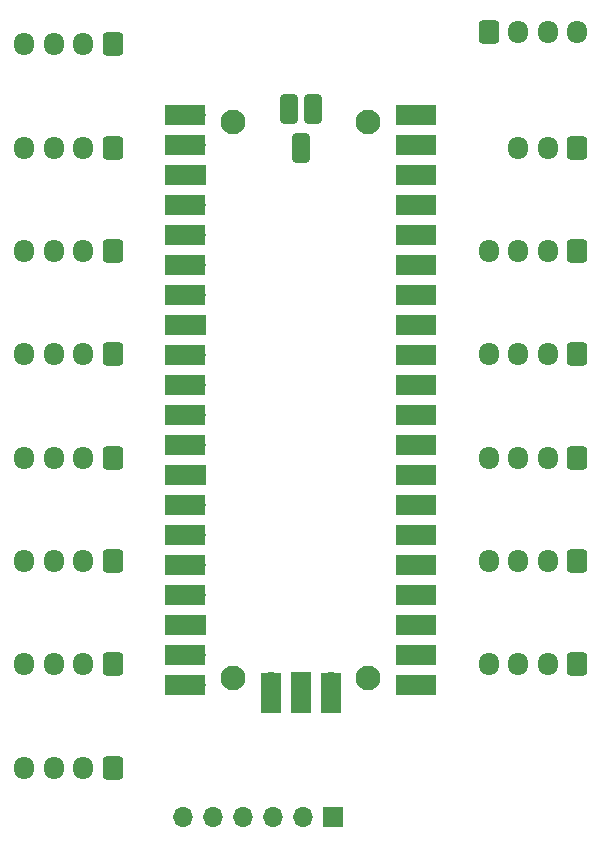
<source format=gbr>
%TF.GenerationSoftware,KiCad,Pcbnew,8.0.2*%
%TF.CreationDate,2024-06-10T12:56:44+08:00*%
%TF.ProjectId,pi_pico_shield,70695f70-6963-46f5-9f73-6869656c642e,rev?*%
%TF.SameCoordinates,Original*%
%TF.FileFunction,Soldermask,Top*%
%TF.FilePolarity,Negative*%
%FSLAX46Y46*%
G04 Gerber Fmt 4.6, Leading zero omitted, Abs format (unit mm)*
G04 Created by KiCad (PCBNEW 8.0.2) date 2024-06-10 12:56:44*
%MOMM*%
%LPD*%
G01*
G04 APERTURE LIST*
G04 Aperture macros list*
%AMRoundRect*
0 Rectangle with rounded corners*
0 $1 Rounding radius*
0 $2 $3 $4 $5 $6 $7 $8 $9 X,Y pos of 4 corners*
0 Add a 4 corners polygon primitive as box body*
4,1,4,$2,$3,$4,$5,$6,$7,$8,$9,$2,$3,0*
0 Add four circle primitives for the rounded corners*
1,1,$1+$1,$2,$3*
1,1,$1+$1,$4,$5*
1,1,$1+$1,$6,$7*
1,1,$1+$1,$8,$9*
0 Add four rect primitives between the rounded corners*
20,1,$1+$1,$2,$3,$4,$5,0*
20,1,$1+$1,$4,$5,$6,$7,0*
20,1,$1+$1,$6,$7,$8,$9,0*
20,1,$1+$1,$8,$9,$2,$3,0*%
G04 Aperture macros list end*
%ADD10RoundRect,0.250000X0.600000X0.725000X-0.600000X0.725000X-0.600000X-0.725000X0.600000X-0.725000X0*%
%ADD11O,1.700000X1.950000*%
%ADD12RoundRect,0.250000X-0.600000X-0.725000X0.600000X-0.725000X0.600000X0.725000X-0.600000X0.725000X0*%
%ADD13R,1.700000X1.700000*%
%ADD14O,1.700000X1.700000*%
%ADD15C,2.100000*%
%ADD16R,3.500000X1.700000*%
%ADD17R,1.700000X3.500000*%
%ADD18RoundRect,0.300000X-0.450000X-0.950000X0.450000X-0.950000X0.450000X0.950000X-0.450000X0.950000X0*%
G04 APERTURE END LIST*
D10*
%TO.C,BT-7*%
X67514500Y-78502300D03*
D11*
X65014500Y-78502300D03*
X62514500Y-78502300D03*
X60014500Y-78502300D03*
%TD*%
D12*
%TO.C,USB1*%
X60014500Y-24952000D03*
D11*
X62514500Y-24952000D03*
X65014500Y-24952000D03*
X67514500Y-24952000D03*
%TD*%
D10*
%TO.C,LED1*%
X67514500Y-34752310D03*
D11*
X65014500Y-34752310D03*
X62514500Y-34752310D03*
%TD*%
D10*
%TO.C,BT-9*%
X67514500Y-61002300D03*
D11*
X65014500Y-61002300D03*
X62514500Y-61002300D03*
X60014500Y-61002300D03*
%TD*%
D13*
%TO.C,DEBUG*%
X46840000Y-91400000D03*
D14*
X44300000Y-91400000D03*
X41760000Y-91400000D03*
X39220000Y-91400000D03*
X36680000Y-91400000D03*
X34140000Y-91400000D03*
%TD*%
D10*
%TO.C,BT-5*%
X28205500Y-78503250D03*
D11*
X25705500Y-78503250D03*
X23205500Y-78503250D03*
X20705500Y-78503250D03*
%TD*%
D10*
%TO.C,BT-1*%
X28205500Y-43503350D03*
D11*
X25705500Y-43503350D03*
X23205500Y-43503350D03*
X20705500Y-43503350D03*
%TD*%
D10*
%TO.C,BT-10*%
X67514500Y-52252300D03*
D11*
X65014500Y-52252300D03*
X62514500Y-52252300D03*
X60014500Y-52252300D03*
%TD*%
D10*
%TO.C,AXIS-X*%
X28205500Y-26003300D03*
D11*
X25705500Y-26003300D03*
X23205500Y-26003300D03*
X20705500Y-26003300D03*
%TD*%
D10*
%TO.C,BT-4*%
X28205500Y-69753250D03*
D11*
X25705500Y-69753250D03*
X23205500Y-69753250D03*
X20705500Y-69753250D03*
%TD*%
D10*
%TO.C,BT-6*%
X28205500Y-87253350D03*
D11*
X25705500Y-87253350D03*
X23205500Y-87253350D03*
X20705500Y-87253350D03*
%TD*%
D10*
%TO.C,AXIS-Y*%
X28205500Y-34753300D03*
D11*
X25705500Y-34753300D03*
X23205500Y-34753300D03*
X20705500Y-34753300D03*
%TD*%
D10*
%TO.C,BT-2*%
X28205500Y-52253120D03*
D11*
X25705500Y-52253120D03*
X23205500Y-52253120D03*
X20705500Y-52253120D03*
%TD*%
D15*
%TO.C,U1*%
X38410000Y-32610000D03*
X38410000Y-79610000D03*
X49810000Y-32610000D03*
X49810000Y-79610000D03*
D14*
X35220000Y-31980000D03*
D16*
X34320000Y-31980000D03*
D14*
X35220000Y-34520000D03*
D16*
X34320000Y-34520000D03*
D13*
X35220000Y-37060000D03*
D16*
X34320000Y-37060000D03*
D14*
X35220000Y-39600000D03*
D16*
X34320000Y-39600000D03*
D14*
X35220000Y-42140000D03*
D16*
X34320000Y-42140000D03*
D14*
X35220000Y-44680000D03*
D16*
X34320000Y-44680000D03*
D14*
X35220000Y-47220000D03*
D16*
X34320000Y-47220000D03*
D13*
X35220000Y-49760000D03*
D16*
X34320000Y-49760000D03*
D14*
X35220000Y-52300000D03*
D16*
X34320000Y-52300000D03*
D14*
X35220000Y-54840000D03*
D16*
X34320000Y-54840000D03*
D14*
X35220000Y-57380000D03*
D16*
X34320000Y-57380000D03*
D14*
X35220000Y-59920000D03*
D16*
X34320000Y-59920000D03*
D13*
X35220000Y-62460000D03*
D16*
X34320000Y-62460000D03*
D14*
X35220000Y-65000000D03*
D16*
X34320000Y-65000000D03*
D14*
X35220000Y-67540000D03*
D16*
X34320000Y-67540000D03*
D14*
X35220000Y-70080000D03*
D16*
X34320000Y-70080000D03*
D14*
X35220000Y-72620000D03*
D16*
X34320000Y-72620000D03*
D13*
X35220000Y-75160000D03*
D16*
X34320000Y-75160000D03*
D14*
X35220000Y-77700000D03*
D16*
X34320000Y-77700000D03*
D14*
X35220000Y-80240000D03*
D16*
X34320000Y-80240000D03*
D14*
X53000000Y-80240000D03*
D16*
X53900000Y-80240000D03*
D14*
X53000000Y-77700000D03*
D16*
X53900000Y-77700000D03*
D13*
X53000000Y-75160000D03*
D16*
X53900000Y-75160000D03*
D14*
X53000000Y-72620000D03*
D16*
X53900000Y-72620000D03*
D14*
X53000000Y-70080000D03*
D16*
X53900000Y-70080000D03*
D14*
X53000000Y-67540000D03*
D16*
X53900000Y-67540000D03*
D14*
X53000000Y-65000000D03*
D16*
X53900000Y-65000000D03*
D13*
X53000000Y-62460000D03*
D16*
X53900000Y-62460000D03*
D14*
X53000000Y-59920000D03*
D16*
X53900000Y-59920000D03*
D14*
X53000000Y-57380000D03*
D16*
X53900000Y-57380000D03*
D14*
X53000000Y-54840000D03*
D16*
X53900000Y-54840000D03*
D14*
X53000000Y-52300000D03*
D16*
X53900000Y-52300000D03*
D13*
X53000000Y-49760000D03*
D16*
X53900000Y-49760000D03*
D14*
X53000000Y-47220000D03*
D16*
X53900000Y-47220000D03*
D14*
X53000000Y-44680000D03*
D16*
X53900000Y-44680000D03*
D14*
X53000000Y-42140000D03*
D16*
X53900000Y-42140000D03*
D14*
X53000000Y-39600000D03*
D16*
X53900000Y-39600000D03*
D13*
X53000000Y-37060000D03*
D16*
X53900000Y-37060000D03*
D14*
X53000000Y-34520000D03*
D16*
X53900000Y-34520000D03*
D14*
X53000000Y-31980000D03*
D16*
X53900000Y-31980000D03*
D14*
X41570000Y-80010000D03*
D17*
X41570000Y-80910000D03*
D13*
X44110000Y-80010000D03*
D17*
X44110000Y-80910000D03*
D14*
X46650000Y-80010000D03*
D17*
X46650000Y-80910000D03*
D18*
X44110000Y-34740000D03*
X45110000Y-31460000D03*
X43110000Y-31440000D03*
%TD*%
D10*
%TO.C,BT-3*%
X28205500Y-61003350D03*
D11*
X25705500Y-61003350D03*
X23205500Y-61003350D03*
X20705500Y-61003350D03*
%TD*%
D10*
%TO.C,BT-8*%
X67514500Y-69752300D03*
D11*
X65014500Y-69752300D03*
X62514500Y-69752300D03*
X60014500Y-69752300D03*
%TD*%
D10*
%TO.C,BT-11*%
X67514500Y-43502300D03*
D11*
X65014500Y-43502300D03*
X62514500Y-43502300D03*
X60014500Y-43502300D03*
%TD*%
M02*

</source>
